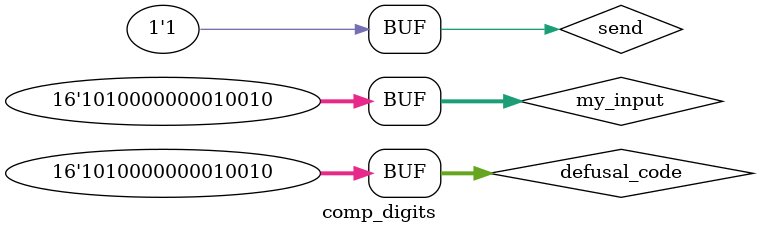
<source format=v>
`timescale 1ns / 1ps


module comp_digits;

	// Inputs
	reg [15:0] my_input;
	reg [15:0] defusal_code;
	reg send;

	// Outputs
	wire correct;
	wire [3:0] numCorrect;

	// Instantiate the Unit Under Test (UUT)
	digits uut (
		.my_input(my_input), 
		.defusal_code(defusal_code), 
		.send(send), 
		.correct(correct), 
		.numCorrect(numCorrect)
	);

	initial begin
		// Initialize Inputs
		my_input = 16'b1010000000010010;
		defusal_code = 16'b1010000000010010;
		send = 0;

		// Wait 100 ns for global reset to finish
		#5;
		send = 1;
		#100;
        
		// Add stimulus here

	end
      
endmodule


</source>
